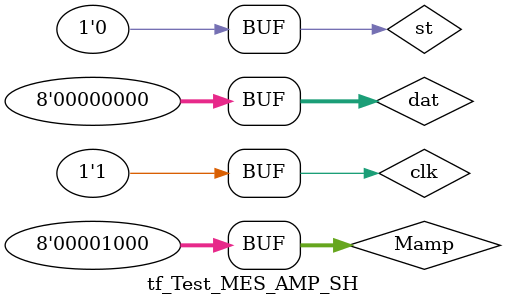
<source format=v>
module tf_Test_MES_AMP_SH;

	// Inputs
	reg clk;
	reg st;
	reg [7:0] dat;
	reg [7:0] Mamp;

	// Outputs
	wire [11:0] FSK_SH;
	wire S;
	wire ce_SIN;
	wire ce_tx_bit;
	wire en_tx;
	wire TXD;
	wire [11:0] DFSK_SH;
	wire [12:0] SH;
	wire [11:0] AMP;
	wire OCD;

	// Instantiate the Unit Under Test (UUT)
	Test_Mes_AMP_SH uut (
		.clk(clk), 
		.FSK_SH(FSK_SH), 
		.st(st), 
		.S(S), 
		.dat(dat), 
		.ce_SIN(ce_SIN), 
		.Mamp(Mamp), 
		.ce_tx_bit(ce_tx_bit), 
		.en_tx(en_tx), 
		.TXD(TXD), 
		.DFSK_SH(DFSK_SH), 
		.SH(SH), 
		.AMP(AMP), 
		.OCD(OCD)
	);

	always begin clk=0; #10; clk=1; #10; end
	initial begin
		st = 0; Mamp = 0; dat = 0;
		#1000000; st = 1; Mamp = 128;
		#20; st = 0;
		#3000000; st = 1; Mamp = 64;
		#20; st = 0;
		#3000000; st = 1; Mamp = 32;
		#20; st = 0;
		#3000000; st = 1; Mamp = 16;
		#20; st = 0;
		#3000000; st = 1; Mamp = 8;
		#20; st = 0;
	end
endmodule
</source>
